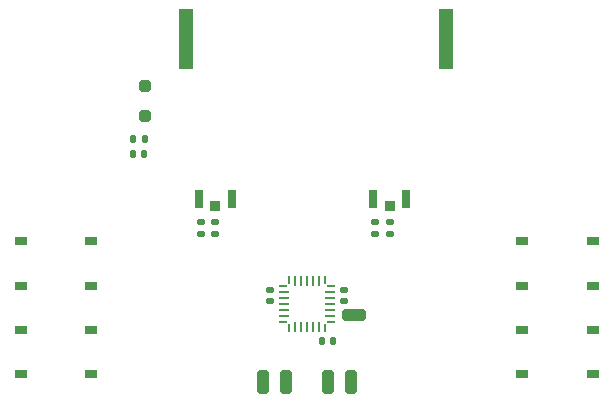
<source format=gbr>
%TF.GenerationSoftware,KiCad,Pcbnew,7.0.10*%
%TF.CreationDate,2024-01-13T02:21:11+01:00*%
%TF.ProjectId,ferris,66657272-6973-42e6-9b69-6361645f7063,rev?*%
%TF.SameCoordinates,Original*%
%TF.FileFunction,Paste,Top*%
%TF.FilePolarity,Positive*%
%FSLAX46Y46*%
G04 Gerber Fmt 4.6, Leading zero omitted, Abs format (unit mm)*
G04 Created by KiCad (PCBNEW 7.0.10) date 2024-01-13 02:21:11*
%MOMM*%
%LPD*%
G01*
G04 APERTURE LIST*
G04 Aperture macros list*
%AMRoundRect*
0 Rectangle with rounded corners*
0 $1 Rounding radius*
0 $2 $3 $4 $5 $6 $7 $8 $9 X,Y pos of 4 corners*
0 Add a 4 corners polygon primitive as box body*
4,1,4,$2,$3,$4,$5,$6,$7,$8,$9,$2,$3,0*
0 Add four circle primitives for the rounded corners*
1,1,$1+$1,$2,$3*
1,1,$1+$1,$4,$5*
1,1,$1+$1,$6,$7*
1,1,$1+$1,$8,$9*
0 Add four rect primitives between the rounded corners*
20,1,$1+$1,$2,$3,$4,$5,0*
20,1,$1+$1,$4,$5,$6,$7,0*
20,1,$1+$1,$6,$7,$8,$9,0*
20,1,$1+$1,$8,$9,$2,$3,0*%
%AMFreePoly0*
4,1,14,0.230680,0.111820,0.364320,-0.021821,0.377500,-0.053642,0.377500,-0.080000,0.364320,-0.111820,0.332500,-0.125000,-0.332500,-0.125000,-0.364320,-0.111820,-0.377500,-0.080000,-0.377500,0.080000,-0.364320,0.111820,-0.332500,0.125000,0.198860,0.125000,0.230680,0.111820,0.230680,0.111820,$1*%
%AMFreePoly1*
4,1,14,0.364320,0.111820,0.377500,0.080000,0.377501,0.053640,0.364318,0.021819,0.230680,-0.111820,0.198860,-0.125000,-0.332500,-0.125000,-0.364320,-0.111820,-0.377500,-0.080000,-0.377500,0.080000,-0.364320,0.111820,-0.332500,0.125000,0.332500,0.125000,0.364320,0.111820,0.364320,0.111820,$1*%
%AMFreePoly2*
4,1,15,0.053642,0.377500,0.080000,0.377500,0.111820,0.364320,0.125000,0.332500,0.125000,-0.332500,0.111820,-0.364320,0.080000,-0.377500,-0.080000,-0.377500,-0.111820,-0.364320,-0.125000,-0.332500,-0.125000,0.198860,-0.111820,0.230680,0.021820,0.364320,0.053640,0.377501,0.053642,0.377500,0.053642,0.377500,$1*%
%AMFreePoly3*
4,1,14,-0.021820,0.364320,0.111820,0.230679,0.125001,0.198860,0.125000,-0.332500,0.111820,-0.364320,0.080000,-0.377500,-0.080000,-0.377500,-0.111820,-0.364320,-0.125000,-0.332500,-0.125000,0.332500,-0.111820,0.364320,-0.080000,0.377500,-0.053640,0.377500,-0.021820,0.364320,-0.021820,0.364320,$1*%
%AMFreePoly4*
4,1,14,0.364320,0.111820,0.377500,0.080000,0.377500,-0.080000,0.364320,-0.111820,0.332500,-0.125000,-0.198860,-0.125001,-0.230680,-0.111818,-0.364320,0.021820,-0.377500,0.053640,-0.377500,0.080000,-0.364320,0.111820,-0.332500,0.125000,0.332500,0.125000,0.364320,0.111820,0.364320,0.111820,$1*%
%AMFreePoly5*
4,1,15,-0.198858,0.125000,0.332500,0.125000,0.364320,0.111820,0.377500,0.080000,0.377500,-0.080000,0.364320,-0.111820,0.332500,-0.125000,-0.332500,-0.125000,-0.364320,-0.111820,-0.377500,-0.080000,-0.377500,-0.053640,-0.364320,-0.021820,-0.230680,0.111820,-0.198860,0.125001,-0.198858,0.125000,-0.198858,0.125000,$1*%
%AMFreePoly6*
4,1,14,0.111820,0.364320,0.125000,0.332500,0.125001,-0.198860,0.111818,-0.230680,-0.021820,-0.364320,-0.053640,-0.377500,-0.080000,-0.377500,-0.111820,-0.364320,-0.125000,-0.332500,-0.125000,0.332500,-0.111820,0.364320,-0.080000,0.377500,0.080000,0.377500,0.111820,0.364320,0.111820,0.364320,$1*%
%AMFreePoly7*
4,1,14,0.111820,0.364320,0.125000,0.332500,0.125000,-0.332500,0.111820,-0.364320,0.080000,-0.377500,0.053640,-0.377501,0.021819,-0.364318,-0.111820,-0.230680,-0.125000,-0.198860,-0.125000,0.332500,-0.111820,0.364320,-0.080000,0.377500,0.080000,0.377500,0.111820,0.364320,0.111820,0.364320,$1*%
G04 Aperture macros list end*
%ADD10R,1.000000X0.750000*%
%ADD11RoundRect,0.140000X0.140000X0.170000X-0.140000X0.170000X-0.140000X-0.170000X0.140000X-0.170000X0*%
%ADD12RoundRect,0.140000X0.170000X-0.140000X0.170000X0.140000X-0.170000X0.140000X-0.170000X-0.140000X0*%
%ADD13RoundRect,0.250000X0.750000X-0.250000X0.750000X0.250000X-0.750000X0.250000X-0.750000X-0.250000X0*%
%ADD14R,0.750000X1.500000*%
%ADD15R,0.900000X0.900000*%
%ADD16RoundRect,0.135000X-0.185000X0.135000X-0.185000X-0.135000X0.185000X-0.135000X0.185000X0.135000X0*%
%ADD17RoundRect,0.250000X-0.250000X-0.750000X0.250000X-0.750000X0.250000X0.750000X-0.250000X0.750000X0*%
%ADD18RoundRect,0.250000X0.250000X0.750000X-0.250000X0.750000X-0.250000X-0.750000X0.250000X-0.750000X0*%
%ADD19RoundRect,0.250000X0.250000X-0.250000X0.250000X0.250000X-0.250000X0.250000X-0.250000X-0.250000X0*%
%ADD20FreePoly0,180.000000*%
%ADD21RoundRect,0.062500X0.375000X0.062500X-0.375000X0.062500X-0.375000X-0.062500X0.375000X-0.062500X0*%
%ADD22FreePoly1,180.000000*%
%ADD23FreePoly2,180.000000*%
%ADD24RoundRect,0.062500X0.062500X0.375000X-0.062500X0.375000X-0.062500X-0.375000X0.062500X-0.375000X0*%
%ADD25FreePoly3,180.000000*%
%ADD26FreePoly4,180.000000*%
%ADD27FreePoly5,180.000000*%
%ADD28FreePoly6,180.000000*%
%ADD29FreePoly7,180.000000*%
%ADD30R,1.270000X5.080000*%
G04 APERTURE END LIST*
D10*
%TO.C,SW4*%
X107000000Y-68125000D03*
X113000000Y-68125000D03*
X107000000Y-71875000D03*
X113000000Y-71875000D03*
%TD*%
%TO.C,SW3*%
X107000000Y-60625000D03*
X113000000Y-60625000D03*
X107000000Y-64375000D03*
X113000000Y-64375000D03*
%TD*%
D11*
%TO.C,C1*%
X74020000Y-53250000D03*
X74980000Y-53250000D03*
%TD*%
%TO.C,C7*%
X90980000Y-69100000D03*
X90020000Y-69100000D03*
%TD*%
D12*
%TO.C,C6*%
X91900000Y-65680000D03*
X91900000Y-64720000D03*
%TD*%
%TO.C,C5*%
X85600000Y-65680000D03*
X85600000Y-64720000D03*
%TD*%
D13*
%TO.C,J1*%
X92700000Y-66900000D03*
%TD*%
D14*
%TO.C,D1*%
X94375000Y-57000000D03*
D15*
X95750000Y-57650000D03*
D14*
X97125000Y-57000000D03*
%TD*%
D16*
%TO.C,R1*%
X94500000Y-58990000D03*
X94500000Y-60010000D03*
%TD*%
D17*
%TO.C,H3*%
X87000000Y-72500000D03*
%TD*%
D18*
%TO.C,H1*%
X90500000Y-72500000D03*
%TD*%
D17*
%TO.C,H2*%
X85000000Y-72500000D03*
%TD*%
D16*
%TO.C,R4*%
X81000000Y-58990000D03*
X81000000Y-60010000D03*
%TD*%
%TO.C,R2*%
X95750000Y-58990000D03*
X95750000Y-60010000D03*
%TD*%
D19*
%TO.C,D3*%
X75000000Y-50000000D03*
X75000000Y-47500000D03*
%TD*%
D18*
%TO.C,H4*%
X92500000Y-72500000D03*
%TD*%
D16*
%TO.C,R3*%
X79750000Y-58990000D03*
X79750000Y-60010000D03*
%TD*%
D14*
%TO.C,D2*%
X79625000Y-57000000D03*
D15*
X81000000Y-57650000D03*
D14*
X82375000Y-57000000D03*
%TD*%
D10*
%TO.C,SW1*%
X64500000Y-60625000D03*
X70500000Y-60625000D03*
X64500000Y-64375000D03*
X70500000Y-64375000D03*
%TD*%
D11*
%TO.C,C4*%
X75000000Y-52000000D03*
X74040000Y-52000000D03*
%TD*%
D10*
%TO.C,SW2*%
X64500000Y-68125000D03*
X70500000Y-68125000D03*
X64500000Y-71875000D03*
X70500000Y-71875000D03*
%TD*%
D20*
%TO.C,U1*%
X90747500Y-67437500D03*
D21*
X90687500Y-66937500D03*
X90687500Y-66437500D03*
X90687500Y-65937500D03*
X90687500Y-65437500D03*
X90687500Y-64937500D03*
D22*
X90747500Y-64437500D03*
D23*
X90250000Y-63940000D03*
D24*
X89750000Y-64000000D03*
X89250000Y-64000000D03*
X88750000Y-64000000D03*
X88250000Y-64000000D03*
X87750000Y-64000000D03*
D25*
X87250000Y-63940000D03*
D26*
X86752500Y-64437500D03*
D21*
X86812500Y-64937500D03*
X86812500Y-65437500D03*
X86812500Y-65937500D03*
X86812500Y-66437500D03*
X86812500Y-66937500D03*
D27*
X86752500Y-67437500D03*
D28*
X87250000Y-67935000D03*
D24*
X87750000Y-67875000D03*
X88250000Y-67875000D03*
X88750000Y-67875000D03*
X89250000Y-67875000D03*
X89750000Y-67875000D03*
D29*
X90250000Y-67935000D03*
%TD*%
D30*
%TO.C,BT1*%
X78515000Y-43500000D03*
X100485000Y-43500000D03*
%TD*%
M02*

</source>
